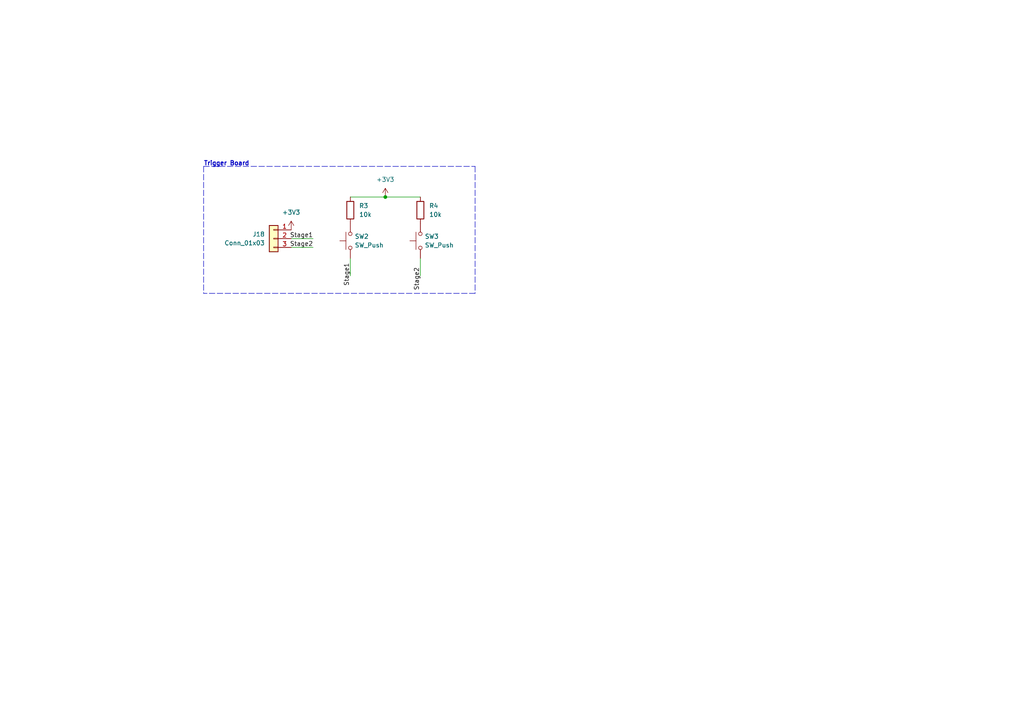
<source format=kicad_sch>
(kicad_sch (version 20211123) (generator eeschema)
  (paper "A4")
  (title_block (title "Trigger") (date "2022-10-10") (rev "v0.1"))
  (lib_symbols
    (symbol "Connector_Generic:Conn_01x03" (pin_names (offset 1.016) hide)
      (property "Reference" "J" (at 0 5.08 0))
      (property "Value" "Conn_01x03" (at 0 -5.08 0))
      (symbol "Conn_01x03_1_1"
        (rectangle (start -1.27 -2.413) (end 0 -2.667) (stroke (width 0.1524)))
        (rectangle (start -1.27 0.127) (end 0 -0.127) (stroke (width 0.1524)))
        (rectangle (start -1.27 2.667) (end 0 2.413) (stroke (width 0.1524)))
        (rectangle (start -1.27 3.81) (end 1.27 -3.81) (stroke (width 0.254)) (fill (type background)))
        (pin passive line (at -5.08 2.54 0) (length 3.81) (name "Pin_1") (number "1"))
        (pin passive line (at -5.08 0 0) (length 3.81) (name "Pin_2") (number "2"))
        (pin passive line (at -5.08 -2.54 0) (length 3.81) (name "Pin_3") (number "3"))
      )
    )
    (symbol "Device:R" (pin_numbers hide) (pin_names (offset 0))
      (property "Reference" "R" (at 2.032 0 90))
      (property "Value" "R" (at 0 0 90))
      (symbol "R_0_1"
        (rectangle (start -1.016 -2.54) (end 1.016 2.54) (stroke (width 0.254)))
      )
      (symbol "R_1_1"
        (pin passive line (at 0 3.81 270) (length 1.27) (name "~") (number "1"))
        (pin passive line (at 0 -3.81 90) (length 1.27) (name "~") (number "2"))
      )
    )
    (symbol "Switch:SW_Push" (pin_numbers hide) (pin_names (offset 1.016) hide)
      (property "Reference" "SW" (at 1.27 2.54 0))
      (property "Value" "SW_Push" (at 0 -1.524 0))
      (symbol "SW_Push_0_1"
        (circle (center -2.032 0) (radius 0.508))
        (polyline (pts (xy 0 1.27) (xy 0 3.048)))
        (polyline (pts (xy 2.54 1.27) (xy -2.54 1.27)))
        (circle (center 2.032 0) (radius 0.508))
        (pin passive line (at -5.08 0 0) (length 2.54) (name "1") (number "1"))
        (pin passive line (at 5.08 0 180) (length 2.54) (name "2") (number "2"))
      )
    )
    (symbol "power:+3V3" (power) (pin_names (offset 0))
      (property "Value" "+3V3" (at 0 3.556 0))
      (symbol "+3V3_0_1"
        (polyline (pts (xy -0.762 1.27) (xy 0 2.54)))
        (polyline (pts (xy 0 0) (xy 0 2.54)))
        (polyline (pts (xy 0 2.54) (xy 0.762 1.27)))
      )
      (symbol "+3V3_1_1"
        (pin power_in line (at 0 0 90) (length 0) hide (name "+3V3") (number "1"))
      )
    )
  )
  (junction (at 111.76 57.15))
  (wire (pts (xy 90.805 69.215) (xy 84.455 69.215)))
  (polyline (pts (xy 59.055 48.26) (xy 137.795 48.26)))
  (wire (pts (xy 90.805 71.755) (xy 84.455 71.755)))
  (polyline (pts (xy 59.055 48.26) (xy 59.055 85.09)))
  (polyline (pts (xy 137.795 85.09) (xy 59.055 85.09)))
  (wire (pts (xy 101.6 57.15) (xy 111.76 57.15)))
  (wire (pts (xy 121.92 74.93) (xy 121.92 80.01)))
  (polyline (pts (xy 137.795 48.26) (xy 137.795 85.09)))
  (wire (pts (xy 101.6 74.93) (xy 101.6 80.01)))
  (wire (pts (xy 121.92 57.15) (xy 111.76 57.15)))
  (text "Trigger Board" (at 59.055 48.26 0) (effects (font (size 1.27 1.27) (thickness 0.254) bold) (justify left bottom)))
  (label "Stage1" (at 101.6 76.2 270))
  (label "Stage2" (at 90.805 71.755 180))
  (label "Stage2" (at 121.92 77.47 270))
  (label "Stage1" (at 90.805 69.215 180))
  (symbol (lib_id "Switch:SW_Push") (at 121.92 69.85 90) (unit 1)
    (property "Reference" "SW3" (at 123.19 68.5799 90) (effects (justify right)))
    (property "Value" "SW_Push" (at 123.19 71.1199 90) (effects (justify right)))
    (property "Footprint" "Button_Switch_THT:SW_PUSH-12mm_Wuerth-430476085716" (effects hide))
  )
  (symbol (lib_id "power:+3V3") (at 111.76 57.15 0) (unit 1)
    (property "Reference" "#PWR0159" (effects hide))
    (property "Value" "+3V3" (at 111.76 52.07 0))
  )
  (symbol (lib_id "Device:R") (at 101.6 60.96 0) (unit 1)
    (property "Reference" "R3" (at 104.14 59.6899 0) (effects (justify left)))
    (property "Value" "10k" (at 104.14 62.2299 0) (effects (justify left)))
    (property "Footprint" "Resistor_SMD:R_0805_2012Metric" (effects hide))
  )
  (symbol (lib_id "Switch:SW_Push") (at 101.6 69.85 90) (unit 1)
    (property "Reference" "SW2" (at 102.87 68.5799 90) (effects (justify right)))
    (property "Value" "SW_Push" (at 102.87 71.1199 90) (effects (justify right)))
    (property "Footprint" "Button_Switch_THT:SW_PUSH-12mm_Wuerth-430476085716" (effects hide))
  )
  (symbol (lib_id "power:+3V3") (at 84.455 66.675 0) (mirror y) (unit 1)
    (property "Reference" "#PWR0158" (effects hide))
    (property "Value" "+3V3" (at 84.455 61.595 0))
  )
  (symbol (lib_id "Device:R") (at 121.92 60.96 0) (unit 1)
    (property "Reference" "R4" (at 124.46 59.6899 0) (effects (justify left)))
    (property "Value" "10k" (at 124.46 62.2299 0) (effects (justify left)))
    (property "Footprint" "Resistor_SMD:R_0805_2012Metric" (effects hide))
  )
  (symbol (lib_id "Connector_Generic:Conn_01x03") (at 79.375 69.215 0) (mirror y) (unit 1)
    (property "Reference" "J18" (at 76.835 67.9449 0) (effects (justify left)))
    (property "Value" "Conn_01x03" (at 76.835 70.4849 0) (effects (justify left)))
    (property "Footprint" "Connector_JST:JST_PH_S3B-PH-K_1x03_P2.00mm_Horizontal" (effects hide))
  )
)
</source>
